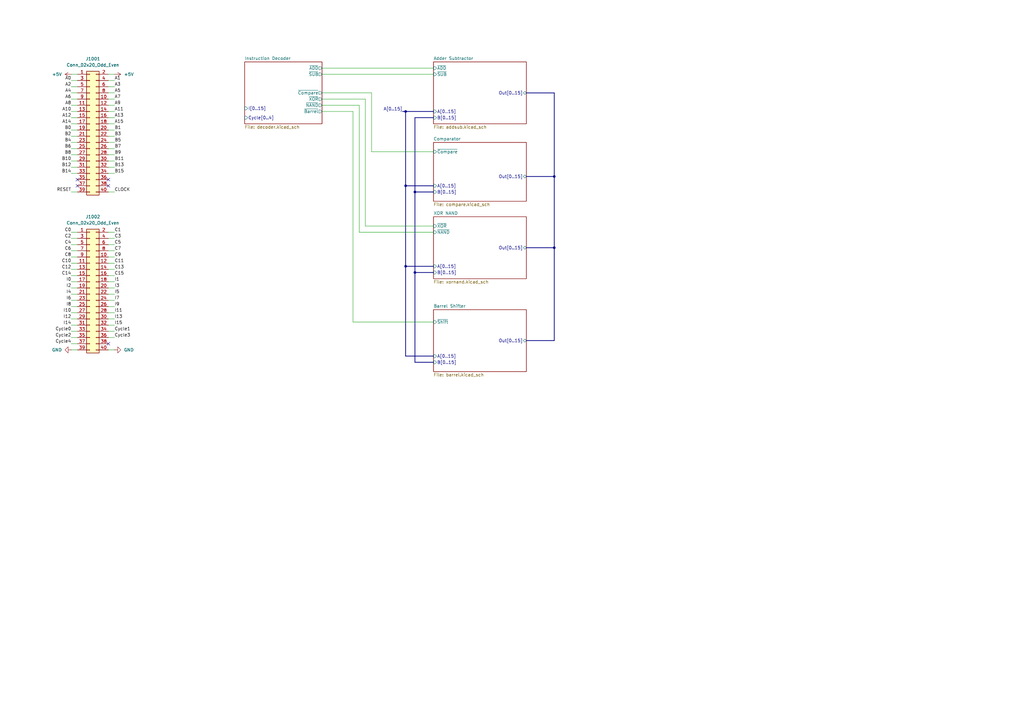
<source format=kicad_sch>
(kicad_sch (version 20231120) (generator "eeschema") (generator_version "8.0")
  (paper "A3")
  (lib_symbols
    (symbol "Connector_Generic:Conn_02x20_Odd_Even" (pin_names (offset 1.016) hide)
      (property "Reference" "J" (at 1.27 25.4 0))
      (property "Value" "Conn_02x20_Odd_Even" (at 1.27 -27.94 0))
      (symbol "Conn_02x20_Odd_Even_1_1"
        (rectangle (start -1.27 -25.273) (end 0 -25.527) (stroke (width 0.1524)))
        (rectangle (start -1.27 -22.733) (end 0 -22.987) (stroke (width 0.1524)))
        (rectangle (start -1.27 -20.193) (end 0 -20.447) (stroke (width 0.1524)))
        (rectangle (start -1.27 -17.653) (end 0 -17.907) (stroke (width 0.1524)))
        (rectangle (start -1.27 -15.113) (end 0 -15.367) (stroke (width 0.1524)))
        (rectangle (start -1.27 -12.573) (end 0 -12.827) (stroke (width 0.1524)))
        (rectangle (start -1.27 -10.033) (end 0 -10.287) (stroke (width 0.1524)))
        (rectangle (start -1.27 -7.493) (end 0 -7.747) (stroke (width 0.1524)))
        (rectangle (start -1.27 -4.953) (end 0 -5.207) (stroke (width 0.1524)))
        (rectangle (start -1.27 -2.413) (end 0 -2.667) (stroke (width 0.1524)))
        (rectangle (start -1.27 0.127) (end 0 -0.127) (stroke (width 0.1524)))
        (rectangle (start -1.27 2.667) (end 0 2.413) (stroke (width 0.1524)))
        (rectangle (start -1.27 5.207) (end 0 4.953) (stroke (width 0.1524)))
        (rectangle (start -1.27 7.747) (end 0 7.493) (stroke (width 0.1524)))
        (rectangle (start -1.27 10.287) (end 0 10.033) (stroke (width 0.1524)))
        (rectangle (start -1.27 12.827) (end 0 12.573) (stroke (width 0.1524)))
        (rectangle (start -1.27 15.367) (end 0 15.113) (stroke (width 0.1524)))
        (rectangle (start -1.27 17.907) (end 0 17.653) (stroke (width 0.1524)))
        (rectangle (start -1.27 20.447) (end 0 20.193) (stroke (width 0.1524)))
        (rectangle (start -1.27 22.987) (end 0 22.733) (stroke (width 0.1524)))
        (rectangle (start -1.27 24.13) (end 3.81 -26.67) (stroke (width 0.254)) (fill (type background)))
        (rectangle (start 3.81 -25.273) (end 2.54 -25.527) (stroke (width 0.1524)))
        (rectangle (start 3.81 -22.733) (end 2.54 -22.987) (stroke (width 0.1524)))
        (rectangle (start 3.81 -20.193) (end 2.54 -20.447) (stroke (width 0.1524)))
        (rectangle (start 3.81 -17.653) (end 2.54 -17.907) (stroke (width 0.1524)))
        (rectangle (start 3.81 -15.113) (end 2.54 -15.367) (stroke (width 0.1524)))
        (rectangle (start 3.81 -12.573) (end 2.54 -12.827) (stroke (width 0.1524)))
        (rectangle (start 3.81 -10.033) (end 2.54 -10.287) (stroke (width 0.1524)))
        (rectangle (start 3.81 -7.493) (end 2.54 -7.747) (stroke (width 0.1524)))
        (rectangle (start 3.81 -4.953) (end 2.54 -5.207) (stroke (width 0.1524)))
        (rectangle (start 3.81 -2.413) (end 2.54 -2.667) (stroke (width 0.1524)))
        (rectangle (start 3.81 0.127) (end 2.54 -0.127) (stroke (width 0.1524)))
        (rectangle (start 3.81 2.667) (end 2.54 2.413) (stroke (width 0.1524)))
        (rectangle (start 3.81 5.207) (end 2.54 4.953) (stroke (width 0.1524)))
        (rectangle (start 3.81 7.747) (end 2.54 7.493) (stroke (width 0.1524)))
        (rectangle (start 3.81 10.287) (end 2.54 10.033) (stroke (width 0.1524)))
        (rectangle (start 3.81 12.827) (end 2.54 12.573) (stroke (width 0.1524)))
        (rectangle (start 3.81 15.367) (end 2.54 15.113) (stroke (width 0.1524)))
        (rectangle (start 3.81 17.907) (end 2.54 17.653) (stroke (width 0.1524)))
        (rectangle (start 3.81 20.447) (end 2.54 20.193) (stroke (width 0.1524)))
        (rectangle (start 3.81 22.987) (end 2.54 22.733) (stroke (width 0.1524)))
        (pin passive line (at -5.08 22.86 0) (length 3.81) (name "Pin_1") (number "1"))
        (pin passive line (at 7.62 12.7 180) (length 3.81) (name "Pin_10") (number "10"))
        (pin passive line (at -5.08 10.16 0) (length 3.81) (name "Pin_11") (number "11"))
        (pin passive line (at 7.62 10.16 180) (length 3.81) (name "Pin_12") (number "12"))
        (pin passive line (at -5.08 7.62 0) (length 3.81) (name "Pin_13") (number "13"))
        (pin passive line (at 7.62 7.62 180) (length 3.81) (name "Pin_14") (number "14"))
        (pin passive line (at -5.08 5.08 0) (length 3.81) (name "Pin_15") (number "15"))
        (pin passive line (at 7.62 5.08 180) (length 3.81) (name "Pin_16") (number "16"))
        (pin passive line (at -5.08 2.54 0) (length 3.81) (name "Pin_17") (number "17"))
        (pin passive line (at 7.62 2.54 180) (length 3.81) (name "Pin_18") (number "18"))
        (pin passive line (at -5.08 0 0) (length 3.81) (name "Pin_19") (number "19"))
        (pin passive line (at 7.62 22.86 180) (length 3.81) (name "Pin_2") (number "2"))
        (pin passive line (at 7.62 0 180) (length 3.81) (name "Pin_20") (number "20"))
        (pin passive line (at -5.08 -2.54 0) (length 3.81) (name "Pin_21") (number "21"))
        (pin passive line (at 7.62 -2.54 180) (length 3.81) (name "Pin_22") (number "22"))
        (pin passive line (at -5.08 -5.08 0) (length 3.81) (name "Pin_23") (number "23"))
        (pin passive line (at 7.62 -5.08 180) (length 3.81) (name "Pin_24") (number "24"))
        (pin passive line (at -5.08 -7.62 0) (length 3.81) (name "Pin_25") (number "25"))
        (pin passive line (at 7.62 -7.62 180) (length 3.81) (name "Pin_26") (number "26"))
        (pin passive line (at -5.08 -10.16 0) (length 3.81) (name "Pin_27") (number "27"))
        (pin passive line (at 7.62 -10.16 180) (length 3.81) (name "Pin_28") (number "28"))
        (pin passive line (at -5.08 -12.7 0) (length 3.81) (name "Pin_29") (number "29"))
        (pin passive line (at -5.08 20.32 0) (length 3.81) (name "Pin_3") (number "3"))
        (pin passive line (at 7.62 -12.7 180) (length 3.81) (name "Pin_30") (number "30"))
        (pin passive line (at -5.08 -15.24 0) (length 3.81) (name "Pin_31") (number "31"))
        (pin passive line (at 7.62 -15.24 180) (length 3.81) (name "Pin_32") (number "32"))
        (pin passive line (at -5.08 -17.78 0) (length 3.81) (name "Pin_33") (number "33"))
        (pin passive line (at 7.62 -17.78 180) (length 3.81) (name "Pin_34") (number "34"))
        (pin passive line (at -5.08 -20.32 0) (length 3.81) (name "Pin_35") (number "35"))
        (pin passive line (at 7.62 -20.32 180) (length 3.81) (name "Pin_36") (number "36"))
        (pin passive line (at -5.08 -22.86 0) (length 3.81) (name "Pin_37") (number "37"))
        (pin passive line (at 7.62 -22.86 180) (length 3.81) (name "Pin_38") (number "38"))
        (pin passive line (at -5.08 -25.4 0) (length 3.81) (name "Pin_39") (number "39"))
        (pin passive line (at 7.62 20.32 180) (length 3.81) (name "Pin_4") (number "4"))
        (pin passive line (at 7.62 -25.4 180) (length 3.81) (name "Pin_40") (number "40"))
        (pin passive line (at -5.08 17.78 0) (length 3.81) (name "Pin_5") (number "5"))
        (pin passive line (at 7.62 17.78 180) (length 3.81) (name "Pin_6") (number "6"))
        (pin passive line (at -5.08 15.24 0) (length 3.81) (name "Pin_7") (number "7"))
        (pin passive line (at 7.62 15.24 180) (length 3.81) (name "Pin_8") (number "8"))
        (pin passive line (at -5.08 12.7 0) (length 3.81) (name "Pin_9") (number "9"))
      )
    )
    (symbol "power:+5V" (power) (pin_numbers hide) (pin_names (offset 0) hide)
      (property "Value" "+5V" (at 0 3.556 0))
      (symbol "+5V_0_1"
        (polyline (pts (xy -0.762 1.27) (xy 0 2.54)))
        (polyline (pts (xy 0 0) (xy 0 2.54)))
        (polyline (pts (xy 0 2.54) (xy 0.762 1.27)))
      )
      (symbol "+5V_1_1"
        (pin power_in line (at 0 0 90) (length 0) (name "~") (number "1"))
      )
    )
    (symbol "power:GND" (power) (pin_numbers hide) (pin_names (offset 0) hide)
      (property "Value" "GND" (at 0 -3.81 0))
      (symbol "GND_0_1"
        (polyline (pts (xy 0 0) (xy 0 -1.27) (xy 1.27 -1.27) (xy 0 -2.54) (xy -1.27 -1.27) (xy 0 -1.27)))
      )
      (symbol "GND_1_1"
        (pin power_in line (at 0 0 270) (length 0) (name "~") (number "1"))
      )
    )
  )
  (junction (at 227.33 101.6))
  (junction (at 170.18 111.76))
  (junction (at 166.37 45.72))
  (junction (at 170.18 78.74))
  (junction (at 166.37 76.2))
  (junction (at 227.33 72.39))
  (junction (at 166.37 109.22))
  (no_connect (at 44.45 76.2))
  (no_connect (at 44.45 140.97))
  (no_connect (at 44.45 73.66))
  (no_connect (at 31.75 76.2))
  (no_connect (at 31.75 73.66))
  (wire (pts (xy 29.21 120.65) (xy 31.75 120.65)))
  (wire (pts (xy 44.45 115.57) (xy 46.99 115.57)))
  (wire (pts (xy 44.45 38.1) (xy 46.99 38.1)))
  (wire (pts (xy 149.86 92.71) (xy 177.8 92.71)))
  (wire (pts (xy 44.45 105.41) (xy 46.99 105.41)))
  (wire (pts (xy 29.21 95.25) (xy 31.75 95.25)))
  (wire (pts (xy 44.45 130.81) (xy 46.99 130.81)))
  (wire (pts (xy 44.45 33.02) (xy 46.99 33.02)))
  (wire (pts (xy 44.45 78.74) (xy 46.99 78.74)))
  (bus (pts (xy 166.37 76.2) (xy 166.37 109.22)))
  (wire (pts (xy 177.8 95.25) (xy 147.32 95.25)))
  (bus (pts (xy 227.33 38.1) (xy 215.9 38.1)))
  (wire (pts (xy 29.21 71.12) (xy 31.75 71.12)))
  (bus (pts (xy 215.9 101.6) (xy 227.33 101.6)))
  (wire (pts (xy 29.21 110.49) (xy 31.75 110.49)))
  (bus (pts (xy 166.37 109.22) (xy 177.8 109.22)))
  (wire (pts (xy 149.86 40.64) (xy 149.86 92.71)))
  (wire (pts (xy 44.45 125.73) (xy 46.99 125.73)))
  (wire (pts (xy 44.45 45.72) (xy 46.99 45.72)))
  (wire (pts (xy 44.45 40.64) (xy 46.99 40.64)))
  (wire (pts (xy 29.21 105.41) (xy 31.75 105.41)))
  (wire (pts (xy 44.45 100.33) (xy 46.99 100.33)))
  (bus (pts (xy 170.18 148.59) (xy 170.18 111.76)))
  (wire (pts (xy 29.21 68.58) (xy 31.75 68.58)))
  (wire (pts (xy 29.21 66.04) (xy 31.75 66.04)))
  (wire (pts (xy 144.78 45.72) (xy 132.08 45.72)))
  (bus (pts (xy 170.18 48.26) (xy 170.18 78.74)))
  (wire (pts (xy 152.4 62.23) (xy 177.8 62.23)))
  (bus (pts (xy 166.37 76.2) (xy 166.37 45.72)))
  (bus (pts (xy 227.33 101.6) (xy 227.33 72.39)))
  (wire (pts (xy 44.45 97.79) (xy 46.99 97.79)))
  (wire (pts (xy 44.45 48.26) (xy 46.99 48.26)))
  (bus (pts (xy 177.8 148.59) (xy 170.18 148.59)))
  (wire (pts (xy 29.21 107.95) (xy 31.75 107.95)))
  (wire (pts (xy 147.32 95.25) (xy 147.32 43.18)))
  (bus (pts (xy 215.9 139.7) (xy 227.33 139.7)))
  (wire (pts (xy 44.45 58.42) (xy 46.99 58.42)))
  (wire (pts (xy 44.45 43.18) (xy 46.99 43.18)))
  (wire (pts (xy 29.21 30.48) (xy 31.75 30.48)))
  (wire (pts (xy 44.45 95.25) (xy 46.99 95.25)))
  (wire (pts (xy 29.21 130.81) (xy 31.75 130.81)))
  (wire (pts (xy 132.08 38.1) (xy 152.4 38.1)))
  (wire (pts (xy 44.45 107.95) (xy 46.99 107.95)))
  (wire (pts (xy 44.45 123.19) (xy 46.99 123.19)))
  (wire (pts (xy 132.08 27.94) (xy 177.8 27.94)))
  (wire (pts (xy 44.45 128.27) (xy 46.99 128.27)))
  (wire (pts (xy 29.21 60.96) (xy 31.75 60.96)))
  (wire (pts (xy 44.45 68.58) (xy 46.99 68.58)))
  (wire (pts (xy 44.45 133.35) (xy 46.99 133.35)))
  (bus (pts (xy 166.37 146.05) (xy 177.8 146.05)))
  (wire (pts (xy 29.21 143.51) (xy 31.75 143.51)))
  (wire (pts (xy 29.21 43.18) (xy 31.75 43.18)))
  (wire (pts (xy 29.21 48.26) (xy 31.75 48.26)))
  (wire (pts (xy 29.21 58.42) (xy 31.75 58.42)))
  (wire (pts (xy 44.45 118.11) (xy 46.99 118.11)))
  (wire (pts (xy 29.21 40.64) (xy 31.75 40.64)))
  (bus (pts (xy 170.18 78.74) (xy 177.8 78.74)))
  (bus (pts (xy 170.18 111.76) (xy 170.18 78.74)))
  (wire (pts (xy 44.45 60.96) (xy 46.99 60.96)))
  (wire (pts (xy 132.08 30.48) (xy 177.8 30.48)))
  (wire (pts (xy 44.45 143.51) (xy 46.99 143.51)))
  (wire (pts (xy 132.08 40.64) (xy 149.86 40.64)))
  (wire (pts (xy 29.21 100.33) (xy 31.75 100.33)))
  (bus (pts (xy 215.9 72.39) (xy 227.33 72.39)))
  (wire (pts (xy 29.21 97.79) (xy 31.75 97.79)))
  (wire (pts (xy 144.78 132.08) (xy 144.78 45.72)))
  (bus (pts (xy 177.8 48.26) (xy 170.18 48.26)))
  (wire (pts (xy 44.45 35.56) (xy 46.99 35.56)))
  (wire (pts (xy 44.45 71.12) (xy 46.99 71.12)))
  (wire (pts (xy 29.21 140.97) (xy 31.75 140.97)))
  (bus (pts (xy 165.1 45.72) (xy 166.37 45.72)))
  (wire (pts (xy 44.45 50.8) (xy 46.99 50.8)))
  (wire (pts (xy 44.45 102.87) (xy 46.99 102.87)))
  (wire (pts (xy 29.21 78.74) (xy 31.75 78.74)))
  (wire (pts (xy 44.45 120.65) (xy 46.99 120.65)))
  (bus (pts (xy 227.33 139.7) (xy 227.33 101.6)))
  (wire (pts (xy 29.21 33.02) (xy 31.75 33.02)))
  (wire (pts (xy 44.45 30.48) (xy 46.99 30.48)))
  (wire (pts (xy 29.21 115.57) (xy 31.75 115.57)))
  (wire (pts (xy 147.32 43.18) (xy 132.08 43.18)))
  (bus (pts (xy 177.8 76.2) (xy 166.37 76.2)))
  (wire (pts (xy 29.21 50.8) (xy 31.75 50.8)))
  (bus (pts (xy 227.33 72.39) (xy 227.33 38.1)))
  (wire (pts (xy 44.45 66.04) (xy 46.99 66.04)))
  (bus (pts (xy 166.37 109.22) (xy 166.37 146.05)))
  (bus (pts (xy 166.37 45.72) (xy 177.8 45.72)))
  (wire (pts (xy 29.21 125.73) (xy 31.75 125.73)))
  (wire (pts (xy 29.21 135.89) (xy 31.75 135.89)))
  (wire (pts (xy 44.45 53.34) (xy 46.99 53.34)))
  (wire (pts (xy 152.4 38.1) (xy 152.4 62.23)))
  (wire (pts (xy 29.21 113.03) (xy 31.75 113.03)))
  (wire (pts (xy 29.21 118.11) (xy 31.75 118.11)))
  (wire (pts (xy 29.21 63.5) (xy 31.75 63.5)))
  (wire (pts (xy 29.21 133.35) (xy 31.75 133.35)))
  (wire (pts (xy 44.45 110.49) (xy 46.99 110.49)))
  (wire (pts (xy 29.21 53.34) (xy 31.75 53.34)))
  (wire (pts (xy 44.45 138.43) (xy 46.99 138.43)))
  (wire (pts (xy 29.21 138.43) (xy 31.75 138.43)))
  (wire (pts (xy 44.45 55.88) (xy 46.99 55.88)))
  (wire (pts (xy 177.8 132.08) (xy 144.78 132.08)))
  (wire (pts (xy 29.21 45.72) (xy 31.75 45.72)))
  (wire (pts (xy 29.21 102.87) (xy 31.75 102.87)))
  (wire (pts (xy 29.21 128.27) (xy 31.75 128.27)))
  (wire (pts (xy 29.21 55.88) (xy 31.75 55.88)))
  (wire (pts (xy 29.21 35.56) (xy 31.75 35.56)))
  (wire (pts (xy 44.45 63.5) (xy 46.99 63.5)))
  (wire (pts (xy 44.45 135.89) (xy 46.99 135.89)))
  (wire (pts (xy 44.45 113.03) (xy 46.99 113.03)))
  (bus (pts (xy 177.8 111.76) (xy 170.18 111.76)))
  (wire (pts (xy 29.21 38.1) (xy 31.75 38.1)))
  (wire (pts (xy 29.21 123.19) (xy 31.75 123.19)))
  (label "A6" (at 29.21 40.64 180))
  (label "C15" (at 46.99 113.03 0))
  (label "C10" (at 29.21 107.95 180))
  (label "I12" (at 29.21 130.81 180))
  (label "I14" (at 29.21 133.35 180))
  (label "I9" (at 46.99 125.73 0))
  (label "A0" (at 29.21 33.02 180))
  (label "C6" (at 29.21 102.87 180))
  (label "I8" (at 29.21 125.73 180))
  (label "C3" (at 46.99 97.79 0))
  (label "A13" (at 46.99 48.26 0))
  (label "A2" (at 29.21 35.56 180))
  (label "C0" (at 29.21 95.25 180))
  (label "B10" (at 29.21 66.04 180))
  (label "I5" (at 46.99 120.65 0))
  (label "A12" (at 29.21 48.26 180))
  (label "CLOCK" (at 46.99 78.74 0))
  (label "C8" (at 29.21 105.41 180))
  (label "Cycle1" (at 46.99 135.89 0))
  (label "A8" (at 29.21 43.18 180))
  (label "B0" (at 29.21 53.34 180))
  (label "B6" (at 29.21 60.96 180))
  (label "C7" (at 46.99 102.87 0))
  (label "I2" (at 29.21 118.11 180))
  (label "I6" (at 29.21 123.19 180))
  (label "A10" (at 29.21 45.72 180))
  (label "C5" (at 46.99 100.33 0))
  (label "A3" (at 46.99 35.56 0))
  (label "B3" (at 46.99 55.88 0))
  (label "C11" (at 46.99 107.95 0))
  (label "I13" (at 46.99 130.81 0))
  (label "C4" (at 29.21 100.33 180))
  (label "A5" (at 46.99 38.1 0))
  (label "C1" (at 46.99 95.25 0))
  (label "I0" (at 29.21 115.57 180))
  (label "A7" (at 46.99 40.64 0))
  (label "B5" (at 46.99 58.42 0))
  (label "I7" (at 46.99 123.19 0))
  (label "B11" (at 46.99 66.04 0))
  (label "B4" (at 29.21 58.42 180))
  (label "B8" (at 29.21 63.5 180))
  (label "Cycle4" (at 29.21 140.97 180))
  (label "I11" (at 46.99 128.27 0))
  (label "A9" (at 46.99 43.18 0))
  (label "B13" (at 46.99 68.58 0))
  (label "B1" (at 46.99 53.34 0))
  (label "B2" (at 29.21 55.88 180))
  (label "C2" (at 29.21 97.79 180))
  (label "A4" (at 29.21 38.1 180))
  (label "Cycle2" (at 29.21 138.43 180))
  (label "C14" (at 29.21 113.03 180))
  (label "B15" (at 46.99 71.12 0))
  (label "A14" (at 29.21 50.8 180))
  (label "B9" (at 46.99 63.5 0))
  (label "I4" (at 29.21 120.65 180))
  (label "I15" (at 46.99 133.35 0))
  (label "I10" (at 29.21 128.27 180))
  (label "A[0..15]" (at 165.1 45.72 180))
  (label "B14" (at 29.21 71.12 180))
  (label "A15" (at 46.99 50.8 0))
  (label "C9" (at 46.99 105.41 0))
  (label "RESET" (at 29.21 78.74 180))
  (label "B7" (at 46.99 60.96 0))
  (label "A11" (at 46.99 45.72 0))
  (label "Cycle0" (at 29.21 135.89 180))
  (label "I3" (at 46.99 118.11 0))
  (label "B12" (at 29.21 68.58 180))
  (label "C12" (at 29.21 110.49 180))
  (label "I1" (at 46.99 115.57 0))
  (label "A1" (at 46.99 33.02 0))
  (label "Cycle3" (at 46.99 138.43 0))
  (label "C13" (at 46.99 110.49 0))
  (symbol (lib_id "power:GND") (at 46.99 143.51 90) (unit 1)
    (property "Reference" "#PWR01004" (effects (hide yes)))
    (property "Value" "GND" (at 50.8 143.5099 90) (effects (justify right)))
    (property "Description" "Power symbol creates a global label with name \"GND\" , ground" (effects (hide yes)))
  )
  (symbol (lib_id "power:GND") (at 29.21 143.51 270) (unit 1)
    (property "Reference" "#PWR01002" (effects (hide yes)))
    (property "Value" "GND" (at 25.4 143.5099 90) (effects (justify right)))
    (property "Description" "Power symbol creates a global label with name \"GND\" , ground" (effects (hide yes)))
  )
  (symbol (lib_id "Connector_Generic:Conn_02x20_Odd_Even") (at 36.83 53.34 0) (unit 1)
    (property "Reference" "J1001" (at 38.1 24.13 0))
    (property "Value" "Conn_02x20_Odd_Even" (at 38.1 26.67 0))
    (property "Footprint" "Connector_PinHeader_2.54mm:PinHeader_2x20_P2.54mm_Vertical" (effects (hide yes)))
    (property "Description" "Generic connector, double row, 02x20, odd/even pin numbering scheme (row 1 odd numbers, row 2 even numbers), script generated (kicad-library-utils/schlib/autogen/connector/)" (effects (hide yes)))
  )
  (symbol (lib_id "power:+5V") (at 46.99 30.48 270) (unit 1)
    (property "Reference" "#PWR01003" (effects (hide yes)))
    (property "Value" "+5V" (at 50.8 30.4799 90) (effects (justify left)))
    (property "Description" "Power symbol creates a global label with name \"+5V\"" (effects (hide yes)))
  )
  (symbol (lib_id "Connector_Generic:Conn_02x20_Odd_Even") (at 36.83 118.11 0) (unit 1)
    (property "Reference" "J1002" (at 38.1 88.9 0))
    (property "Value" "Conn_02x20_Odd_Even" (at 38.1 91.44 0))
    (property "Footprint" "Connector_PinHeader_2.54mm:PinHeader_2x20_P2.54mm_Vertical" (effects (hide yes)))
    (property "Description" "Generic connector, double row, 02x20, odd/even pin numbering scheme (row 1 odd numbers, row 2 even numbers), script generated (kicad-library-utils/schlib/autogen/connector/)" (effects (hide yes)))
  )
  (symbol (lib_id "power:+5V") (at 29.21 30.48 90) (unit 1)
    (property "Reference" "#PWR01001" (effects (hide yes)))
    (property "Value" "+5V" (at 25.4 30.4799 90) (effects (justify left)))
    (property "Description" "Power symbol creates a global label with name \"+5V\"" (effects (hide yes)))
  )
  (sheet (at 177.8 58.42) (size 38.1 24.13) (stroke (width 0.1524))
    (property "Sheetname" "Comparator" (at 177.8 57.7084 0) (effects (justify left bottom)))
    (property "Sheetfile" "compare.kicad_sch" (at 177.8 83.1346 0) (effects (justify left top)))
    (pin "A[0..15]" input (at 177.8 76.2 180))
    (pin "B[0..15]" input (at 177.8 78.74 180))
    (pin "~{Compare}" input (at 177.8 62.23 180))
    (pin "Out[0..15]" tri_state (at 215.9 72.39 0))
  )
  (sheet (at 100.33 25.4) (size 31.75 25.4) (stroke (width 0.1524))
    (property "Sheetname" "Instruction Decoder" (at 100.33 24.6884 0) (effects (justify left bottom)))
    (property "Sheetfile" "decoder.kicad_sch" (at 100.33 51.3846 0) (effects (justify left top)))
    (pin "I[0..15]" input (at 100.33 44.45 180))
    (pin "Cycle[0..4]" input (at 100.33 48.26 180))
    (pin "~{XOR}" output (at 132.08 40.64 0))
    (pin "~{Compare}" output (at 132.08 38.1 0))
    (pin "~{NAND}" output (at 132.08 43.18 0))
    (pin "~{SUB}" output (at 132.08 30.48 0))
    (pin "~{Barrel}" output (at 132.08 45.72 0))
    (pin "~{ADD}" output (at 132.08 27.94 0))
  )
  (sheet (at 177.8 127) (size 38.1 25.4) (stroke (width 0.1524))
    (property "Sheetname" "Barrel Shifter" (at 177.8 126.2884 0) (effects (justify left bottom)))
    (property "Sheetfile" "barrel.kicad_sch" (at 177.8 152.9846 0) (effects (justify left top)))
    (pin "A[0..15]" input (at 177.8 146.05 180))
    (pin "B[0..15]" input (at 177.8 148.59 180))
    (pin "Out[0..15]" tri_state (at 215.9 139.7 0))
    (pin "~{Shift}" input (at 177.8 132.08 180))
  )
  (sheet (at 177.8 88.9) (size 38.1 25.4) (stroke (width 0.1524))
    (property "Sheetname" "XOR NAND" (at 177.8 88.1884 0) (effects (justify left bottom)))
    (property "Sheetfile" "xornand.kicad_sch" (at 177.8 114.8846 0) (effects (justify left top)))
    (pin "~{NAND}" input (at 177.8 95.25 180))
    (pin "~{XOR}" input (at 177.8 92.71 180))
    (pin "A[0..15]" input (at 177.8 109.22 180))
    (pin "B[0..15]" input (at 177.8 111.76 180))
    (pin "Out[0..15]" tri_state (at 215.9 101.6 0))
  )
  (sheet (at 177.8 25.4) (size 38.1 25.4) (stroke (width 0.1524))
    (property "Sheetname" "Adder Subtractor" (at 177.8 24.6884 0) (effects (justify left bottom)))
    (property "Sheetfile" "addsub.kicad_sch" (at 177.8 51.3846 0) (effects (justify left top)))
    (pin "~{ADD}" input (at 177.8 27.94 180))
    (pin "A[0..15]" input (at 177.8 45.72 180))
    (pin "B[0..15]" input (at 177.8 48.26 180))
    (pin "~{SUB}" input (at 177.8 30.48 180))
    (pin "Out[0..15]" tri_state (at 215.9 38.1 0))
  )
)
</source>
